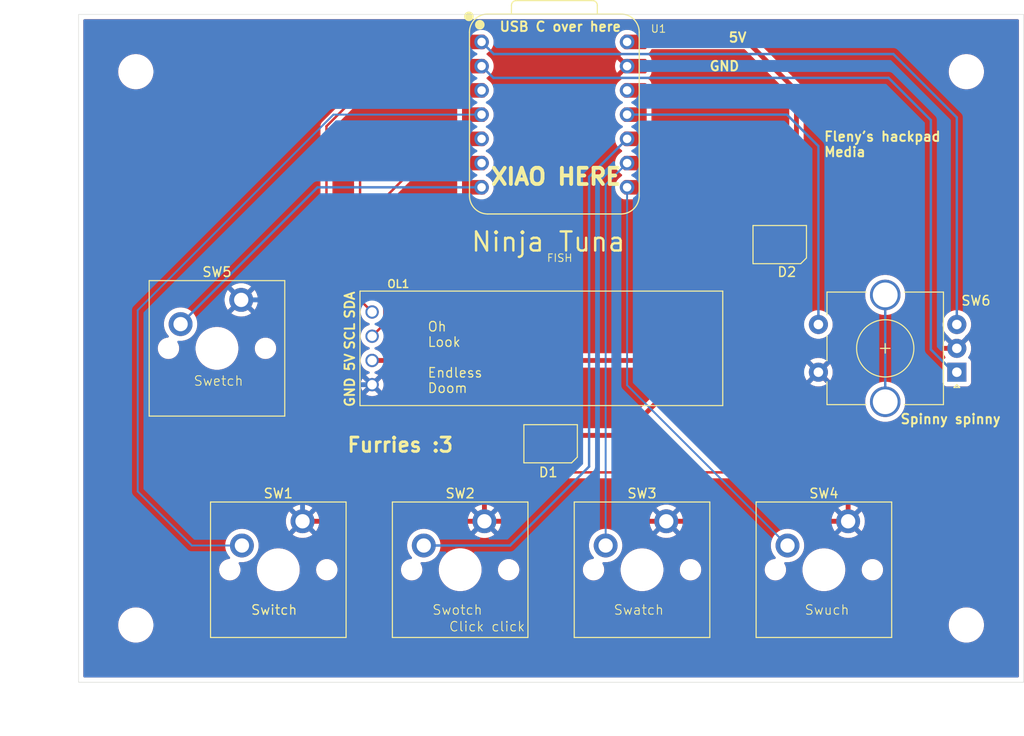
<source format=kicad_pcb>
(kicad_pcb (version 20241229) (generator "pcbnew") (generator_version "9.0")
  (layers (0 "F.Cu" signal) (2 "B.Cu" signal) (13 "F.Paste" user) (15 "B.Paste" user) (5 "F.SilkS" user "F.Silkscreen") (7 "B.SilkS" user "B.Silkscreen") (1 "F.Mask" user) (3 "B.Mask" user) (25 "Edge.Cuts" user))
  (net 0 "")
  (net 1 "+5V")
  (net 2 "Net-(OL1-SDA)")
  (net 3 "Net-(OL1-SCL)")
  (net 4 "Net-(D1-DIN)")
  (net 5 "GND")
  (net 6 "Net-(D1-DOUT)")
  (net 8 "Net-(U1-GPIO0{slash}TX)")
  (net 9 "unconnected-(SW6-PadMP)")
  (net 10 "Net-(U1-GPIO26{slash}ADC0{slash}A0)")
  (net 11 "Net-(U1-GPIO1{slash}RX)")
  (net 12 "Net-(U1-GPIO2{slash}SCK)")
  (net 13 "Net-(U1-GPIO29{slash}ADC3{slash}A3)")
  (net 14 "Net-(U1-GPIO4{slash}MISO)")
  (net 15 "Net-(U1-GPIO27{slash}ADC1{slash}A1)")
  (net 16 "Net-(U1-GPIO3{slash}MOSI)")
  (footprint "Cherry MX:SW_Cherry_MX_PCB_1.00u" (layer "F.Cu") (at 104.975 126.20625)
    (property "Reference" "SW2" (at 0 -8 0) (layer "F.SilkS"))
    (property "Value" "SW_Push")
    (fp_line (start -7.1 -7.1) (end -7.1 7.1) (stroke (width 0.12)) (layer "F.SilkS"))
    (fp_line (start -7.1 7.1) (end 7.1 7.1) (stroke (width 0.12)) (layer "F.SilkS"))
    (fp_line (start 7.1 -7.1) (end -7.1 -7.1) (stroke (width 0.12)) (layer "F.SilkS"))
    (fp_line (start 7.1 7.1) (end 7.1 -7.1) (stroke (width 0.12)) (layer "F.SilkS"))
    (pad "" np_thru_hole circle (at -5.08 0) (size 1.75 1.75) (drill 1.75) (layers "*.Cu" "*.Mask"))
    (pad "" np_thru_hole circle (at 0 0) (size 4 4) (drill 4) (layers "*.Cu" "*.Mask"))
    (pad "" np_thru_hole circle (at 5.08 0) (size 1.75 1.75) (drill 1.75) (layers "*.Cu" "*.Mask"))
    (pad "1" thru_hole circle (at -3.81 -2.54) (size 2.5 2.5) (drill 1.5) (layers "*.Cu" "*.Mask") (net 14 "Net-(U1-GPIO4{slash}MISO)"))
    (pad "2" thru_hole circle (at 2.54 -5.08) (size 2.5 2.5) (drill 1.5) (layers "*.Cu" "*.Mask") (net 5 "GND"))
  )
  (footprint "MountingHole:MountingHole_3.2mm_M3" (layer "F.Cu") (at 71 74)
    (property "Reference" "REF**" (hide yes))
    (property "Value" "MountingHole_3.2mm_M3")
    (pad "" np_thru_hole circle (at 0 0) (size 3.2 3.2) (drill 3.2) (layers "*.Cu" "*.Mask"))
  )
  (footprint "Cherry MX:SW_Cherry_MX_PCB_1.00u" (layer "F.Cu") (at 85.925 126.20625)
    (property "Reference" "SW1" (at 0 -8 0) (layer "F.SilkS"))
    (property "Value" "SW_Push")
    (fp_line (start -7.1 -7.1) (end -7.1 7.1) (stroke (width 0.12)) (layer "F.SilkS"))
    (fp_line (start -7.1 7.1) (end 7.1 7.1) (stroke (width 0.12)) (layer "F.SilkS"))
    (fp_line (start 7.1 -7.1) (end -7.1 -7.1) (stroke (width 0.12)) (layer "F.SilkS"))
    (fp_line (start 7.1 7.1) (end 7.1 -7.1) (stroke (width 0.12)) (layer "F.SilkS"))
    (pad "" np_thru_hole circle (at -5.08 0) (size 1.75 1.75) (drill 1.75) (layers "*.Cu" "*.Mask"))
    (pad "" np_thru_hole circle (at 0 0) (size 4 4) (drill 4) (layers "*.Cu" "*.Mask"))
    (pad "" np_thru_hole circle (at 5.08 0) (size 1.75 1.75) (drill 1.75) (layers "*.Cu" "*.Mask"))
    (pad "1" thru_hole circle (at -3.81 -2.54) (size 2.5 2.5) (drill 1.5) (layers "*.Cu" "*.Mask") (net 13 "Net-(U1-GPIO29{slash}ADC3{slash}A3)"))
    (pad "2" thru_hole circle (at 2.54 -5.08) (size 2.5 2.5) (drill 1.5) (layers "*.Cu" "*.Mask") (net 5 "GND"))
  )
  (footprint "Rotary_Encoder:RotaryEncoder_Alps_EC11E-Switch_Vertical_H20mm_CircularMountingHoles" (layer "F.Cu") (at 157 105.5 180)
    (property "Reference" "SW6" (at -2 7.5 0) (layer "F.SilkS"))
    (property "Value" "RotaryEncoder_Switch_MP")
    (fp_line (start 13.6 8.4) (end 9.5 8.4) (stroke (width 0.12)) (layer "F.SilkS"))
    (fp_line (start 13.6 6) (end 13.6 8.4) (stroke (width 0.12)) (layer "F.SilkS"))
    (fp_line (start 13.6 1.2) (end 13.6 3.8) (stroke (width 0.12)) (layer "F.SilkS"))
    (fp_line (start 13.6 -3.4) (end 13.6 -1) (stroke (width 0.12)) (layer "F.SilkS"))
    (fp_line (start 9.5 -3.4) (end 13.6 -3.4) (stroke (width 0.12)) (layer "F.SilkS"))
    (fp_line (start 7.5 2) (end 7.5 3) (stroke (width 0.12)) (layer "F.SilkS"))
    (fp_line (start 7 2.5) (end 8 2.5) (stroke (width 0.12)) (layer "F.SilkS"))
    (fp_line (start 5.5 8.4) (end 1.4 8.4) (stroke (width 0.12)) (layer "F.SilkS"))
    (fp_line (start 5.5 -3.4) (end 1.4 -3.4) (stroke (width 0.12)) (layer "F.SilkS"))
    (fp_line (start 1.4 -3.4) (end 1.4 8.4) (stroke (width 0.12)) (layer "F.SilkS"))
    (fp_line (start 0.3 -1.6) (end 0 -1.3) (stroke (width 0.12)) (layer "F.SilkS"))
    (fp_line (start 0 -1.3) (end -0.3 -1.6) (stroke (width 0.12)) (layer "F.SilkS"))
    (fp_line (start -0.3 -1.6) (end 0.3 -1.6) (stroke (width 0.12)) (layer "F.SilkS"))
    (fp_circle (center 7.5 2.5) (end 10.5 2.5) (stroke (width 0.12)) (fill no) (layer "F.SilkS"))
    (pad "A" thru_hole rect (at 0 0 180) (size 2 2) (drill 1) (layers "*.Cu" "*.Mask") (net 15 "Net-(U1-GPIO27{slash}ADC1{slash}A1)"))
    (pad "B" thru_hole circle (at 0 5 180) (size 2 2) (drill 1) (layers "*.Cu" "*.Mask") (net 10 "Net-(U1-GPIO26{slash}ADC0{slash}A0)"))
    (pad "C" thru_hole circle (at 0 2.5 180) (size 2 2) (drill 1) (layers "*.Cu" "*.Mask") (net 5 "GND"))
    (pad "MP" thru_hole circle (at 7.5 -3.1 180) (size 3.2 3.2) (drill 2.6) (layers "*.Cu" "*.Mask") (net 9 "unconnected-(SW6-PadMP)"))
    (pad "MP" thru_hole circle (at 7.5 8.1 180) (size 3.2 3.2) (drill 2.6) (layers "*.Cu" "*.Mask") (net 9 "unconnected-(SW6-PadMP)"))
    (pad "S1" thru_hole circle (at 14.5 5 180) (size 2 2) (drill 1) (layers "*.Cu" "*.Mask") (net 16 "Net-(U1-GPIO3{slash}MOSI)"))
    (pad "S2" thru_hole circle (at 14.5 0 180) (size 2 2) (drill 1) (layers "*.Cu" "*.Mask") (net 5 "GND"))
  )
  (footprint "KBD:OLED" (layer "F.Cu") (at 95.75 103 -90)
    (property "Reference" "OL1" (at -6.75 -2.75 0) (layer "F.SilkS") (effects (font (size 0.8128 0.8128))))
    (property "Value" "OLED" (hide yes))
    (fp_line (start -6 1.27) (end 6 1.27) (stroke (width 0.12)) (layer "F.SilkS"))
    (fp_line (start -6 1.27) (end -6 -36.73) (stroke (width 0.12)) (layer "F.SilkS"))
    (fp_line (start -6 -36.73) (end 6 -36.73) (stroke (width 0.12)) (layer "F.SilkS"))
    (fp_line (start 6 -36.73) (end 6 1.27) (stroke (width 0.12)) (layer "F.SilkS"))
    (pad "1" thru_hole circle (at -3.81 0 270) (size 1.4 1.4) (drill 1) (layers "*.Cu" "*.Mask") (net 2 "Net-(OL1-SDA)"))
    (pad "2" thru_hole circle (at -1.27 0 270) (size 1.4 1.4) (drill 1) (layers "*.Cu" "*.Mask") (net 3 "Net-(OL1-SCL)"))
    (pad "3" thru_hole circle (at 1.27 0 270) (size 1.4 1.4) (drill 1) (layers "*.Cu" "*.Mask") (net 1 "+5V"))
    (pad "4" thru_hole circle (at 3.81 0 270) (size 1.4 1.4) (drill 1) (layers "*.Cu" "*.Mask") (net 5 "GND"))
  )
  (footprint "LED_SMD:LED_SK6812MINI_PLCC4_3.5x3.5mm_P1.75mm" (layer "F.Cu") (at 114.45 113)
    (property "Reference" "D1" (at -0.25 3 0) (layer "F.SilkS"))
    (property "Value" "SK6812MINI")
    (fp_line (start -2.8 -2) (end -2.8 2) (stroke (width 0.12)) (layer "F.SilkS"))
    (fp_line (start -2.8 -2) (end 2.8 -2) (stroke (width 0.12)) (layer "F.SilkS"))
    (fp_line (start -2.8 2) (end 2.2 2) (stroke (width 0.12)) (layer "F.SilkS"))
    (fp_line (start 2.8 1.4) (end 2.2 2) (stroke (width 0.12)) (layer "F.SilkS"))
    (fp_line (start 2.8 1.4) (end 2.8 -2) (stroke (width 0.12)) (layer "F.SilkS"))
    (pad "1" smd rect (at -1.75 -0.875) (size 1.6 0.85) (layers "F.Cu" "F.Mask" "F.Paste") (net 6 "Net-(D1-DOUT)"))
    (pad "2" smd rect (at -1.75 0.875) (size 1.6 0.85) (layers "F.Cu" "F.Mask" "F.Paste") (net 5 "GND"))
    (pad "3" smd rect (at 1.75 0.875) (size 1.6 0.85) (layers "F.Cu" "F.Mask" "F.Paste") (net 4 "Net-(D1-DIN)"))
    (pad "4" smd rect (at 1.75 -0.875) (size 1.6 0.85) (layers "F.Cu" "F.Mask" "F.Paste") (net 1 "+5V"))
  )
  (footprint "MountingHole:MountingHole_3.2mm_M3" (layer "F.Cu") (at 158 74)
    (property "Reference" "REF**" (hide yes))
    (property "Value" "MountingHole_3.2mm_M3")
    (pad "" np_thru_hole circle (at 0 0) (size 3.2 3.2) (drill 3.2) (layers "*.Cu" "*.Mask"))
  )
  (footprint "Seeed XIAO:XIAO-RP2040-DIP" (layer "F.Cu") (at 114.84 78.5)
    (property "Reference" "U1" (at 10.91 -9 0) (layer "F.SilkS") (effects (font (size 0.8 0.8) (thickness 0.1))))
    (property "Value" "XIAO-RP2040-DIP")
    (fp_line (start -8.89 8.509) (end -8.89 -8.636) (stroke (width 0.127)) (layer "F.SilkS"))
    (fp_line (start -6.985 10.414) (end 6.985 10.414) (stroke (width 0.127)) (layer "F.SilkS"))
    (fp_line (start -4.495 -10.541) (end -4.491272 -11.451272) (stroke (width 0.127)) (layer "F.SilkS"))
    (fp_line (start -3.991272 -11.951) (end 4.004 -11.951) (stroke (width 0.127)) (layer "F.SilkS"))
    (fp_line (start 4.504 -11.451) (end 4.504 -10.541) (stroke (width 0.127)) (layer "F.SilkS"))
    (fp_line (start 6.985 -10.541) (end -6.985 -10.541) (stroke (width 0.1)) (layer "F.SilkS"))
    (fp_line (start 6.985 -10.541) (end -6.985 -10.541) (stroke (width 0.127)) (layer "F.SilkS"))
    (fp_line (start 8.89 8.509) (end 8.89 -8.636) (stroke (width 0.127)) (layer "F.SilkS"))
    (fp_arc (start -8.89 -8.636) (mid -8.332038 -9.983038) (end -6.985 -10.541) (stroke (width 0.127)) (layer "F.SilkS"))
    (fp_arc (start -6.985 10.414) (mid -8.332038 9.856038) (end -8.89 8.509) (stroke (width 0.127)) (layer "F.SilkS"))
    (fp_arc (start -4.491272 -11.451272) (mid -4.344728 -11.80464) (end -3.991272 -11.951) (stroke (width 0.127)) (layer "F.SilkS"))
    (fp_arc (start 4.004 -11.951) (mid 4.357553 -11.804553) (end 4.504 -11.451) (stroke (width 0.127)) (layer "F.SilkS"))
    (fp_arc (start 6.985 -10.541) (mid 8.332038 -9.983038) (end 8.89 -8.636) (stroke (width 0.127)) (layer "F.SilkS"))
    (fp_arc (start 8.89 8.509) (mid 8.332038 9.856038) (end 6.985 10.414) (stroke (width 0.127)) (layer "F.SilkS"))
    (fp_circle (center -8.95 -10.3) (end -8.95 -10.554) (stroke (width 0.5)) (fill yes) (layer "F.SilkS"))
    (fp_circle (center -7.807 -9.42) (end -7.807 -9.674) (stroke (width 0.5)) (fill yes) (layer "F.SilkS"))
    (pad "1" smd roundrect (at -8.455 -7.62 180) (size 2.432 1.524) (layers "F.Cu" "F.Mask") (roundrect_rratio 0.1) (net 10 "Net-(U1-GPIO26{slash}ADC0{slash}A0)"))
    (pad "1" thru_hole circle (at -7.62 -7.62 180) (size 1.524 1.524) (drill 0.889) (layers "*.Cu" "*.Mask") (net 10 "Net-(U1-GPIO26{slash}ADC0{slash}A0)"))
    (pad "2" smd roundrect (at -8.455 -5.08 180) (size 2.432 1.524) (layers "F.Cu" "F.Mask") (roundrect_rratio 0.1) (net 15 "Net-(U1-GPIO27{slash}ADC1{slash}A1)"))
    (pad "2" thru_hole circle (at -7.62 -5.08 180) (size 1.524 1.524) (drill 0.889) (layers "*.Cu" "*.Mask") (net 15 "Net-(U1-GPIO27{slash}ADC1{slash}A1)"))
    (pad "3" smd roundrect (at -8.455 -2.54 180) (size 2.432 1.524) (layers "F.Cu" "F.Mask") (roundrect_rratio 0.1) (net 4 "Net-(D1-DIN)"))
    (pad "3" thru_hole circle (at -7.62 -2.54 180) (size 1.524 1.524) (drill 0.889) (layers "*.Cu" "*.Mask") (net 4 "Net-(D1-DIN)"))
    (pad "4" smd roundrect (at -8.455 0 180) (size 2.432 1.524) (layers "F.Cu" "F.Mask") (roundrect_rratio 0.1) (net 13 "Net-(U1-GPIO29{slash}ADC3{slash}A3)"))
    (pad "4" thru_hole circle (at -7.62 0 180) (size 1.524 1.524) (drill 0.889) (layers "*.Cu" "*.Mask") (net 13 "Net-(U1-GPIO29{slash}ADC3{slash}A3)"))
    (pad "5" smd roundrect (at -8.455 2.54 180) (size 2.432 1.524) (layers "F.Cu" "F.Mask") (roundrect_rratio 0.1) (net 2 "Net-(OL1-SDA)"))
    (pad "5" thru_hole circle (at -7.62 2.54 180) (size 1.524 1.524) (drill 0.889) (layers "*.Cu" "*.Mask") (net 2 "Net-(OL1-SDA)"))
    (pad "6" smd roundrect (at -8.455 5.08 180) (size 2.432 1.524) (layers "F.Cu" "F.Mask") (roundrect_rratio 0.1) (net 3 "Net-(OL1-SCL)"))
    (pad "6" thru_hole circle (at -7.62 5.08 180) (size 1.524 1.524) (drill 0.889) (layers "*.Cu" "*.Mask") (net 3 "Net-(OL1-SCL)"))
    (pad "7" smd roundrect (at -8.455 7.62 180) (size 2.432 1.524) (layers "F.Cu" "F.Mask") (roundrect_rratio 0.1) (net 8 "Net-(U1-GPIO0{slash}TX)"))
    (pad "7" thru_hole circle (at -7.62 7.62 180) (size 1.524 1.524) (drill 0.889) (layers "*.Cu" "*.Mask") (net 8 "Net-(U1-GPIO0{slash}TX)"))
    (pad "8" thru_hole circle (at 7.62 7.62) (size 1.524 1.524) (drill 0.889) (layers "*.Cu" "*.Mask") (net 11 "Net-(U1-GPIO1{slash}RX)"))
    (pad "8" smd roundrect (at 8.455 7.62) (size 2.432 1.524) (layers "F.Cu" "F.Mask") (roundrect_rratio 0.1) (net 11 "Net-(U1-GPIO1{slash}RX)"))
    (pad "9" thru_hole circle (at 7.62 5.08) (size 1.524 1.524) (drill 0.889) (layers "*.Cu" "*.Mask") (net 12 "Net-(U1-GPIO2{slash}SCK)"))
    (pad "9" smd roundrect (at 8.455 5.08) (size 2.432 1.524) (layers "F.Cu" "F.Mask") (roundrect_rratio 0.1) (net 12 "Net-(U1-GPIO2{slash}SCK)"))
    (pad "10" thru_hole circle (at 7.62 2.54) (size 1.524 1.524) (drill 0.889) (layers "*.Cu" "*.Mask") (net 14 "Net-(U1-GPIO4{slash}MISO)"))
    (pad "10" smd roundrect (at 8.455 2.54) (size 2.432 1.524) (layers "F.Cu" "F.Mask") (roundrect_rratio 0.1) (net 14 "Net-(U1-GPIO4{slash}MISO)"))
    (pad "11" thru_hole circle (at 7.62 0) (size 1.524 1.524) (drill 0.889) (layers "*.Cu" "*.Mask") (net 16 "Net-(U1-GPIO3{slash}MOSI)"))
    (pad "11" smd roundrect (at 8.455 0) (size 2.432 1.524) (layers "F.Cu" "F.Mask") (roundrect_rratio 0.1) (net 16 "Net-(U1-GPIO3{slash}MOSI)"))
    (pad "12" thru_hole circle (at 7.62 -2.54) (size 1.524 1.524) (drill 0.889) (layers "*.Cu" "*.Mask"))
    (pad "12" smd roundrect (at 8.455 -2.54) (size 2.432 1.524) (layers "F.Cu" "F.Mask") (roundrect_rratio 0.1))
    (pad "13" thru_hole circle (at 7.62 -5.08) (size 1.524 1.524) (drill 0.889) (layers "*.Cu" "*.Mask") (net 5 "GND"))
    (pad "13" smd roundrect (at 8.455 -5.08) (size 2.432 1.524) (layers "F.Cu" "F.Mask") (roundrect_rratio 0.1) (net 5 "GND"))
    (pad "14" thru_hole circle (at 7.62 -7.62) (size 1.524 1.524) (drill 0.889) (layers "*.Cu" "*.Mask") (net 1 "+5V"))
    (pad "14" smd roundrect (at 8.455 -7.62) (size 2.432 1.524) (layers "F.Cu" "F.Mask") (roundrect_rratio 0.1) (net 1 "+5V"))
  )
  (footprint "MountingHole:MountingHole_3.2mm_M3" (layer "F.Cu") (at 158 132)
    (property "Reference" "REF**" (hide yes))
    (property "Value" "MountingHole_3.2mm_M3")
    (pad "" np_thru_hole circle (at 0 0) (size 3.2 3.2) (drill 3.2) (layers "*.Cu" "*.Mask"))
  )
  (footprint "LED_SMD:LED_SK6812MINI_PLCC4_3.5x3.5mm_P1.75mm" (layer "F.Cu") (at 138.45 92.125)
    (property "Reference" "D2" (at 0.75 2.875 0) (layer "F.SilkS"))
    (property "Value" "SK6812MINI")
    (fp_line (start -2.8 -2) (end -2.8 2) (stroke (width 0.12)) (layer "F.SilkS"))
    (fp_line (start -2.8 -2) (end 2.8 -2) (stroke (width 0.12)) (layer "F.SilkS"))
    (fp_line (start -2.8 2) (end 2.2 2) (stroke (width 0.12)) (layer "F.SilkS"))
    (fp_line (start 2.8 1.4) (end 2.2 2) (stroke (width 0.12)) (layer "F.SilkS"))
    (fp_line (start 2.8 1.4) (end 2.8 -2) (stroke (width 0.12)) (layer "F.SilkS"))
    (pad "1" smd rect (at -1.75 -0.875) (size 1.6 0.85) (layers "F.Cu" "F.Mask" "F.Paste"))
    (pad "2" smd rect (at -1.75 0.875) (size 1.6 0.85) (layers "F.Cu" "F.Mask" "F.Paste") (net 5 "GND"))
    (pad "3" smd rect (at 1.75 0.875) (size 1.6 0.85) (layers "F.Cu" "F.Mask" "F.Paste") (net 6 "Net-(D1-DOUT)"))
    (pad "4" smd rect (at 1.75 -0.875) (size 1.6 0.85) (layers "F.Cu" "F.Mask" "F.Paste") (net 1 "+5V"))
  )
  (footprint "Cherry MX:SW_Cherry_MX_PCB_1.00u" (layer "F.Cu") (at 79.5 103)
    (property "Reference" "SW5" (at 0 -8 0) (layer "F.SilkS"))
    (property "Value" "SW_Push")
    (fp_line (start -7.1 -7.1) (end -7.1 7.1) (stroke (width 0.12)) (layer "F.SilkS"))
    (fp_line (start -7.1 7.1) (end 7.1 7.1) (stroke (width 0.12)) (layer "F.SilkS"))
    (fp_line (start 7.1 -7.1) (end -7.1 -7.1) (stroke (width 0.12)) (layer "F.SilkS"))
    (fp_line (start 7.1 7.1) (end 7.1 -7.1) (stroke (width 0.12)) (layer "F.SilkS"))
    (pad "" np_thru_hole circle (at -5.08 0) (size 1.75 1.75) (drill 1.75) (layers "*.Cu" "*.Mask"))
    (pad "" np_thru_hole circle (at 0 0) (size 4 4) (drill 4) (layers "*.Cu" "*.Mask"))
    (pad "" np_thru_hole circle (at 5.08 0) (size 1.75 1.75) (drill 1.75) (layers "*.Cu" "*.Mask"))
    (pad "1" thru_hole circle (at -3.81 -2.54) (size 2.5 2.5) (drill 1.5) (layers "*.Cu" "*.Mask") (net 8 "Net-(U1-GPIO0{slash}TX)"))
    (pad "2" thru_hole circle (at 2.54 -5.08) (size 2.5 2.5) (drill 1.5) (layers "*.Cu" "*.Mask") (net 5 "GND"))
  )
  (footprint "Cherry MX:SW_Cherry_MX_PCB_1.00u" (layer "F.Cu") (at 143.075 126.20625)
    (property "Reference" "SW4" (at 0 -8 0) (layer "F.SilkS"))
    (property "Value" "SW_Push")
    (fp_line (start -7.1 -7.1) (end -7.1 7.1) (stroke (width 0.12)) (layer "F.SilkS"))
    (fp_line (start -7.1 7.1) (end 7.1 7.1) (stroke (width 0.12)) (layer "F.SilkS"))
    (fp_line (start 7.1 -7.1) (end -7.1 -7.1) (stroke (width 0.12)) (layer "F.SilkS"))
    (fp_line (start 7.1 7.1) (end 7.1 -7.1) (stroke (width 0.12)) (layer "F.SilkS"))
    (pad "" np_thru_hole circle (at -5.08 0) (size 1.75 1.75) (drill 1.75) (layers "*.Cu" "*.Mask"))
    (pad "" np_thru_hole circle (at 0 0) (size 4 4) (drill 4) (layers "*.Cu" "*.Mask"))
    (pad "" np_thru_hole circle (at 5.08 0) (size 1.75 1.75) (drill 1.75) (layers "*.Cu" "*.Mask"))
    (pad "1" thru_hole circle (at -3.81 -2.54) (size 2.5 2.5) (drill 1.5) (layers "*.Cu" "*.Mask") (net 11 "Net-(U1-GPIO1{slash}RX)"))
    (pad "2" thru_hole circle (at 2.54 -5.08) (size 2.5 2.5) (drill 1.5) (layers "*.Cu" "*.Mask") (net 5 "GND"))
  )
  (footprint "MountingHole:MountingHole_3.2mm_M3" (layer "F.Cu") (at 71 132)
    (property "Reference" "REF**" (hide yes))
    (property "Value" "MountingHole_3.2mm_M3")
    (pad "" np_thru_hole circle (at 0 0) (size 3.2 3.2) (drill 3.2) (layers "*.Cu" "*.Mask"))
  )
  (footprint "Cherry MX:SW_Cherry_MX_PCB_1.00u" (layer "F.Cu") (at 124.025 126.20625)
    (property "Reference" "SW3" (at 0 -8 0) (layer "F.SilkS"))
    (property "Value" "SW_Push")
    (fp_line (start -7.1 -7.1) (end -7.1 7.1) (stroke (width 0.12)) (layer "F.SilkS"))
    (fp_line (start -7.1 7.1) (end 7.1 7.1) (stroke (width 0.12)) (layer "F.SilkS"))
    (fp_line (start 7.1 -7.1) (end -7.1 -7.1) (stroke (width 0.12)) (layer "F.SilkS"))
    (fp_line (start 7.1 7.1) (end 7.1 -7.1) (stroke (width 0.12)) (layer "F.SilkS"))
    (pad "" np_thru_hole circle (at -5.08 0) (size 1.75 1.75) (drill 1.75) (layers "*.Cu" "*.Mask"))
    (pad "" np_thru_hole circle (at 0 0) (size 4 4) (drill 4) (layers "*.Cu" "*.Mask"))
    (pad "" np_thru_hole circle (at 5.08 0) (size 1.75 1.75) (drill 1.75) (layers "*.Cu" "*.Mask"))
    (pad "1" thru_hole circle (at -3.81 -2.54) (size 2.5 2.5) (drill 1.5) (layers "*.Cu" "*.Mask") (net 12 "Net-(U1-GPIO2{slash}SCK)"))
    (pad "2" thru_hole circle (at 2.54 -5.08) (size 2.5 2.5) (drill 1.5) (layers "*.Cu" "*.Mask") (net 5 "GND"))
  )
  (gr_rect (start 65 68) (end 164 138) (stroke (width 0.05)) (fill no) (layer "Edge.Cuts"))
  (gr_text "Swuch\n" (at 141 131 0) (layer "F.SilkS") (effects (font (size 1 1) (thickness 0.1)) (justify left bottom)))
  (gr_text "Spinny spinny" (at 151 111 0) (layer "F.SilkS") (effects (font (size 1 1) (thickness 0.2) (bold yes)) (justify left bottom)))
  (gr_text "5V" (at 94 105.5 90) (layer "F.SilkS") (effects (font (size 1 1) (thickness 0.2) (bold yes)) (justify left bottom)))
  (gr_text "Click click" (at 103.75 132.75 0) (layer "F.SilkS") (effects (font (size 1 1) (thickness 0.1)) (justify left bottom)))
  (gr_text "GND" (at 94 109.25 90) (layer "F.SilkS") (effects (font (size 1 1) (thickness 0.2) (bold yes)) (justify left bottom)))
  (gr_text "XIAO HERE" (at 108 86 0) (layer "F.SilkS") (effects (font (size 1.7 1.7) (thickness 0.4) (bold yes)) (justify left bottom)))
  (gr_text "SDA" (at 94 100 90) (layer "F.SilkS") (effects (font (size 1 1) (thickness 0.2) (bold yes)) (justify left bottom)))
  (gr_text "SCL" (at 94 103.25 90) (layer "F.SilkS") (effects (font (size 1 1) (thickness 0.2) (bold yes)) (justify left bottom)))
  (gr_text "USB C over here" (at 109 69.864001 0) (layer "F.SilkS") (effects (font (size 1 1) (thickness 0.2) (bold yes)) (justify left bottom)))
  (gr_text "Swatch" (at 121 131 0) (layer "F.SilkS") (effects (font (size 1 1) (thickness 0.1)) (justify left bottom)))
  (gr_text "Furries :3" (at 93 114 0) (layer "F.SilkS") (effects (font (size 1.5 1.5) (thickness 0.3) (bold yes)) (justify left bottom)))
  (gr_text "Fleny's hackpad\nMedia\n" (at 143 83 0) (layer "F.SilkS") (effects (font (size 1 1) (thickness 0.2) (bold yes)) (justify left bottom)))
  (gr_text "Oh\nLook\n\nEndless\nDoom" (at 101.5 107.75 0) (layer "F.SilkS") (effects (font (size 1 1) (thickness 0.125)) (justify left bottom)))
  (gr_text "5V" (at 133 71 0) (layer "F.SilkS") (effects (font (size 1 1) (thickness 0.2) (bold yes)) (justify left bottom)))
  (gr_text "Swetch" (at 77 107 0) (layer "F.SilkS") (effects (font (size 1 1) (thickness 0.1)) (justify left bottom)))
  (gr_text "FISH" (at 114 94 0) (layer "F.SilkS") (effects (font (size 0.8 0.8) (thickness 0.1)) (justify left bottom)))
  (gr_text "Switch" (at 83 131 0) (layer "F.SilkS") (effects (font (size 1 1) (thickness 0.125)) (justify left bottom)))
  (gr_text "GND" (at 131 74 0) (layer "F.SilkS") (effects (font (size 1 1) (thickness 0.2) (bold yes)) (justify left bottom)))
  (gr_text "Swotch" (at 102 131 0) (layer "F.SilkS") (effects (font (size 1 1) (thickness 0.1)) (justify left bottom)))
  (gr_text "Ninja Tuna" (at 106 93 0) (layer "F.SilkS") (effects (font (size 2 2) (thickness 0.25)) (justify left bottom)))
  (segment (start 129.95 104.27) (end 138.5 95.72) (width 0.508) (layer "F.Cu") (net 1))
  (segment (start 95.75 104.27) (end 129.95 104.27) (width 0.508) (layer "F.Cu") (net 1))
  (segment (start 138.5 92.473) (end 138.5 95.72) (width 0.508) (layer "F.Cu") (net 1))
  (segment (start 116.2 112.125) (end 122.095 112.125) (width 0.508) (layer "F.Cu") (net 1))
  (segment (start 122.46 70.88) (end 135.08 70.88) (width 0.508) (layer "F.Cu") (net 1))
  (segment (start 140.2 76) (end 140.2 91.25) (width 0.508) (layer "F.Cu") (net 1))
  (segment (start 122.095 112.125) (end 129.95 104.27) (width 0.508) (layer "F.Cu") (net 1))
  (segment (start 135.08 70.88) (end 140.2 76) (width 0.508) (layer "F.Cu") (net 1))
  (segment (start 139.723 91.25) (end 138.5 92.473) (width 0.508) (layer "F.Cu") (net 1))
  (segment (start 97.46 81.04) (end 94.49 84.01) (width 0.254) (layer "F.Cu") (net 2))
  (segment (start 94.49 97.93) (end 94.49 84.01) (width 0.254) (layer "F.Cu") (net 2))
  (segment (start 107.22 81.04) (end 97.46 81.04) (width 0.254) (layer "F.Cu") (net 2))
  (segment (start 95.75 99.19) (end 94.49 97.93) (width 0.254) (layer "F.Cu") (net 2))
  (segment (start 97.03 87.27) (end 97.03 100.45) (width 0.254) (layer "F.Cu") (net 3))
  (segment (start 95.75 101.73) (end 97.03 100.45) (width 0.254) (layer "F.Cu") (net 3))
  (segment (start 100.72 83.58) (end 97.03 87.27) (width 0.254) (layer "F.Cu") (net 3))
  (segment (start 107.22 83.58) (end 100.72 83.58) (width 0.254) (layer "F.Cu") (net 3))
  (segment (start 94.76 109.96) (end 90.97 106.17) (width 0.254) (layer "F.Cu") (net 4))
  (segment (start 116.2 113.875) (end 112.285 109.96) (width 0.254) (layer "F.Cu") (net 4))
  (segment (start 94.73 75.96) (end 107.22 75.96) (width 0.254) (layer "F.Cu") (net 4))
  (segment (start 90.97 79.72) (end 94.73 75.96) (width 0.254) (layer "F.Cu") (net 4))
  (segment (start 112.285 109.96) (end 94.76 109.96) (width 0.254) (layer "F.Cu") (net 4))
  (segment (start 90.97 106.17) (end 90.97 79.72) (width 0.254) (layer "F.Cu") (net 4))
  (segment (start 145 103) (end 157 103) (width 0.508) (layer "F.Cu") (net 5))
  (segment (start 133.49 93) (end 132.49 92) (width 0.508) (layer "F.Cu") (net 5))
  (segment (start 132.49 92) (end 132.49 75.29) (width 0.508) (layer "F.Cu") (net 5))
  (segment (start 132.49 75.29) (end 130.62 73.42) (width 0.508) (layer "F.Cu") (net 5))
  (segment (start 107.515 119.06) (end 112.7 113.875) (width 0.508) (layer "F.Cu") (net 5))
  (segment (start 107.515 121.12625) (end 107.515 119.06) (width 0.508) (layer "F.Cu") (net 5))
  (segment (start 142.5 105.5) (end 145 103) (width 0.508) (layer "F.Cu") (net 5))
  (segment (start 145.615 121.12625) (end 107.515 121.12625) (width 0.508) (layer "F.Cu") (net 5))
  (segment (start 145.615 108.615) (end 142.5 105.5) (width 0.508) (layer "F.Cu") (net 5))
  (segment (start 130.62 73.42) (end 122.46 73.42) (width 0.508) (layer "F.Cu") (net 5))
  (segment (start 136.7 93) (end 133.49 93) (width 0.508) (layer "F.Cu") (net 5))
  (segment (start 145.615 121.12625) (end 145.615 108.615) (width 0.508) (layer "F.Cu") (net 5))
  (segment (start 107.515 121.12625) (end 88.465 121.12625) (width 0.508) (layer "F.Cu") (net 5))
  (segment (start 91.075 106.81) (end 95.75 106.81) (width 0.508) (layer "B.Cu") (net 5))
  (segment (start 88.465 109.42) (end 88.465 100.265) (width 0.508) (layer "B.Cu") (net 5))
  (segment (start 86.12 97.92) (end 82.04 97.92) (width 0.508) (layer "B.Cu") (net 5))
  (segment (start 88.465 109.42) (end 91.075 106.81) (width 0.508) (layer "B.Cu") (net 5))
  (segment (start 88.465 109.42) (end 88.465 121.12625) (width 0.508) (layer "B.Cu") (net 5))
  (segment (start 88.465 100.265) (end 86.12 97.92) (width 0.508) (layer "B.Cu") (net 5))
  (segment (start 116.45 116) (end 138.2 116) (width 0.254) (layer "F.Cu") (net 6))
  (segment (start 140.2 114) (end 140.2 93) (width 0.254) (layer "F.Cu") (net 6))
  (segment (start 114.4 113.2) (end 114.4 113.95) (width 0.254) (layer "F.Cu") (net 6))
  (segment (start 113.325 112.125) (end 114.4 113.2) (width 0.254) (layer "F.Cu") (net 6))
  (segment (start 114.4 113.95) (end 116.45 116) (width 0.254) (layer "F.Cu") (net 6))
  (segment (start 138.2 116) (end 140.2 114) (width 0.254) (layer "F.Cu") (net 6))
  (segment (start 90.03 86.12) (end 107.22 86.12) (width 0.254) (layer "B.Cu") (net 8))
  (segment (start 75.69 100.46) (end 90.03 86.12) (width 0.254) (layer "B.Cu") (net 8))
  (segment (start 149.5 97.4) (end 149.5 108.6) (width 0.254) (layer "B.Cu") (net 9))
  (segment (start 108.49 72.15) (end 107.22 70.88) (width 0.254) (layer "B.Cu") (net 10))
  (segment (start 150.35 72.15) (end 108.49 72.15) (width 0.254) (layer "B.Cu") (net 10))
  (segment (start 157 100.5) (end 157 78.8) (width 0.254) (layer "B.Cu") (net 10))
  (segment (start 157 78.8) (end 150.35 72.15) (width 0.254) (layer "B.Cu") (net 10))
  (segment (start 122.46 106.86125) (end 139.265 123.66625) (width 0.2) (layer "B.Cu") (net 11))
  (segment (start 122.46 86.12) (end 122.46 106.86125) (width 0.2) (layer "B.Cu") (net 11))
  (segment (start 120.215 85.825) (end 120.215 123.66625) (width 0.2) (layer "B.Cu") (net 12))
  (segment (start 122.46 83.58) (end 120.215 85.825) (width 0.2) (layer "B.Cu") (net 12))
  (segment (start 71.2 99) (end 71.2 118) (width 0.2) (layer "B.Cu") (net 13))
  (segment (start 76.86625 123.66625) (end 82.115 123.66625) (width 0.2) (layer "B.Cu") (net 13))
  (segment (start 71.2 118) (end 76.86625 123.66625) (width 0.2) (layer "B.Cu") (net 13))
  (segment (start 91.7 78.5) (end 71.2 99) (width 0.2) (layer "B.Cu") (net 13))
  (segment (start 107.22 78.5) (end 91.7 78.5) (width 0.2) (layer "B.Cu") (net 13))
  (segment (start 110.20375 123.66625) (end 118.48 115.39) (width 0.254) (layer "B.Cu") (net 14))
  (segment (start 101.165 123.66625) (end 110.20375 123.66625) (width 0.254) (layer "B.Cu") (net 14))
  (segment (start 118.48 85.02) (end 122.46 81.04) (width 0.254) (layer "B.Cu") (net 14))
  (segment (start 118.48 115.39) (end 118.48 85.02) (width 0.254) (layer "B.Cu") (net 14))
  (segment (start 154.28 103.12) (end 154.28 79.08) (width 0.254) (layer "B.Cu") (net 15))
  (segment (start 156.66 105.5) (end 154.28 103.12) (width 0.254) (layer "B.Cu") (net 15))
  (segment (start 154.28 79.08) (end 149.85 74.65) (width 0.254) (layer "B.Cu") (net 15))
  (segment (start 108.45 74.65) (end 107.22 73.42) (width 0.254) (layer "B.Cu") (net 15))
  (segment (start 149.85 74.65) (end 108.45 74.65) (width 0.254) (layer "B.Cu") (net 15))
  (segment (start 142.5 81.8) (end 139.2 78.5) (width 0.254) (layer "B.Cu") (net 16))
  (segment (start 139.2 78.5) (end 122.46 78.5) (width 0.254) (layer "B.Cu") (net 16))
  (segment (start 142.5 100.5) (end 142.5 81.8) (width 0.254) (layer "B.Cu") (net 16))
  (zone (net 5) (net_name "GND") (layers "F.Cu" "B.Cu") (connect_pads (clearance 0.5)) (min_thickness 0.25) (fill yes (thermal_gap 0.5) (thermal_bridge_width 0.5))
    (polygon (pts (xy 164 68) (xy 164 138) (xy 65 138) (xy 65 68)))
  )
)
</source>
